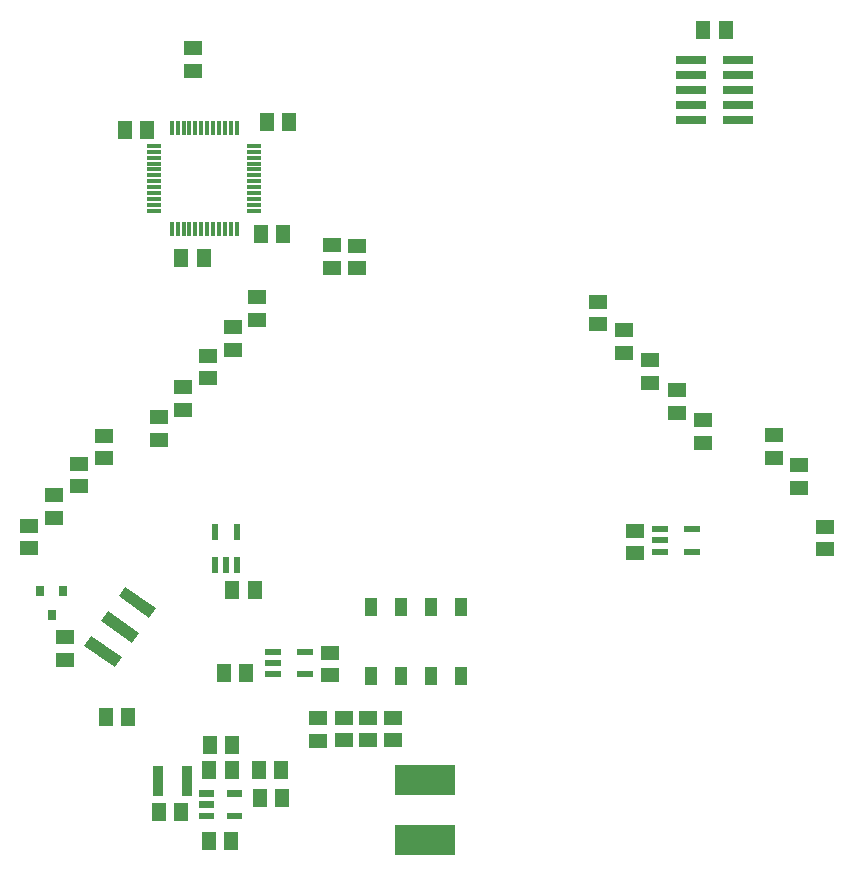
<source format=gbr>
G04 EAGLE Gerber X2 export*
%TF.Part,Single*%
%TF.FileFunction,Paste,Bot*%
%TF.FilePolarity,Positive*%
%TF.GenerationSoftware,Autodesk,EAGLE,9.0.1*%
%TF.CreationDate,2018-06-27T06:52:03Z*%
G75*
%MOMM*%
%FSLAX34Y34*%
%LPD*%
%AMOC8*
5,1,8,0,0,1.08239X$1,22.5*%
G01*
%ADD10R,0.300000X1.200000*%
%ADD11R,1.200000X0.300000*%
%ADD12R,0.850000X2.500000*%
%ADD13R,1.300000X1.500000*%
%ADD14R,1.500000X1.300000*%
%ADD15R,0.558800X1.320800*%
%ADD16R,1.320800X0.558800*%
%ADD17R,2.500000X0.650000*%
%ADD18C,0.077000*%
%ADD19R,0.787400X0.889000*%
%ADD20R,0.990600X1.549400*%
%ADD21R,5.080000X2.540000*%
%ADD22R,1.020000X3.170000*%


D10*
X209010Y1043840D03*
X204010Y1043840D03*
X199010Y1043840D03*
X194010Y1043840D03*
X189010Y1043840D03*
X184010Y1043840D03*
X179010Y1043840D03*
X174010Y1043840D03*
X169010Y1043840D03*
X164010Y1043840D03*
X159010Y1043840D03*
X154010Y1043840D03*
D11*
X139010Y1058840D03*
X139010Y1063840D03*
X139010Y1068840D03*
X139010Y1073840D03*
X139010Y1078840D03*
X139010Y1083840D03*
X139010Y1088840D03*
X139010Y1093840D03*
X139010Y1098840D03*
X139010Y1103840D03*
X139010Y1108840D03*
X139010Y1113840D03*
D10*
X154010Y1128840D03*
X159010Y1128840D03*
X164010Y1128840D03*
X169010Y1128840D03*
X174010Y1128840D03*
X179010Y1128840D03*
X184010Y1128840D03*
X189010Y1128840D03*
X194010Y1128840D03*
X199010Y1128840D03*
X204010Y1128840D03*
X209010Y1128840D03*
D11*
X224010Y1113840D03*
X224010Y1108840D03*
X224010Y1103840D03*
X224010Y1098840D03*
X224010Y1093840D03*
X224010Y1088840D03*
X224010Y1083840D03*
X224010Y1078840D03*
X224010Y1073840D03*
X224010Y1068840D03*
X224010Y1063840D03*
X224010Y1058840D03*
D12*
X166620Y575712D03*
X142120Y575712D03*
D13*
X204822Y585364D03*
X185822Y585364D03*
X246900Y585690D03*
X227900Y585690D03*
X228494Y561488D03*
X247494Y561488D03*
X143150Y549804D03*
X162150Y549804D03*
X186076Y606700D03*
X205076Y606700D03*
X204314Y524912D03*
X185314Y524912D03*
D14*
X142870Y883910D03*
X142870Y864910D03*
X75650Y844540D03*
X75650Y825540D03*
X96814Y868162D03*
X96814Y849162D03*
X603650Y881370D03*
X603650Y862370D03*
X581380Y906770D03*
X581380Y887770D03*
X536840Y957570D03*
X536840Y938570D03*
X205600Y960110D03*
X205600Y941110D03*
X184690Y935980D03*
X184690Y916980D03*
X163780Y909310D03*
X163780Y890310D03*
X54486Y817870D03*
X54486Y798870D03*
X33322Y791962D03*
X33322Y772962D03*
X707290Y791200D03*
X707290Y772200D03*
X664020Y868670D03*
X664020Y849670D03*
X559110Y932170D03*
X559110Y913170D03*
X514570Y981700D03*
X514570Y962700D03*
X226510Y985510D03*
X226510Y966510D03*
D15*
X209588Y759284D03*
X200190Y759284D03*
X190792Y759284D03*
X190792Y786716D03*
X209588Y786716D03*
D16*
X567084Y770362D03*
X567084Y779760D03*
X567084Y789158D03*
X594516Y789158D03*
X594516Y770362D03*
D17*
X633546Y1186726D03*
X593546Y1186726D03*
X633546Y1174026D03*
X593546Y1174026D03*
X633546Y1161326D03*
X593546Y1161326D03*
X633546Y1148626D03*
X593546Y1148626D03*
X633546Y1135926D03*
X593546Y1135926D03*
D14*
X685020Y843270D03*
X685020Y824270D03*
D13*
X224130Y737870D03*
X205130Y737870D03*
D14*
X546100Y769010D03*
X546100Y788010D03*
D13*
X623164Y1212342D03*
X604164Y1212342D03*
D18*
X188779Y544543D02*
X177149Y544543D01*
X177149Y549273D01*
X188779Y549273D01*
X188779Y544543D01*
X188779Y545312D02*
X177149Y545312D01*
X177149Y546081D02*
X188779Y546081D01*
X188779Y546850D02*
X177149Y546850D01*
X177149Y547619D02*
X188779Y547619D01*
X188779Y548388D02*
X177149Y548388D01*
X177149Y549157D02*
X188779Y549157D01*
X188779Y554043D02*
X177149Y554043D01*
X177149Y558773D01*
X188779Y558773D01*
X188779Y554043D01*
X188779Y554812D02*
X177149Y554812D01*
X177149Y555581D02*
X188779Y555581D01*
X188779Y556350D02*
X177149Y556350D01*
X177149Y557119D02*
X188779Y557119D01*
X188779Y557888D02*
X177149Y557888D01*
X177149Y558657D02*
X188779Y558657D01*
X188779Y563543D02*
X177149Y563543D01*
X177149Y568273D01*
X188779Y568273D01*
X188779Y563543D01*
X188779Y564312D02*
X177149Y564312D01*
X177149Y565081D02*
X188779Y565081D01*
X188779Y565850D02*
X177149Y565850D01*
X177149Y566619D02*
X188779Y566619D01*
X188779Y567388D02*
X177149Y567388D01*
X177149Y568157D02*
X188779Y568157D01*
X200849Y563543D02*
X212479Y563543D01*
X200849Y563543D02*
X200849Y568273D01*
X212479Y568273D01*
X212479Y563543D01*
X212479Y564312D02*
X200849Y564312D01*
X200849Y565081D02*
X212479Y565081D01*
X212479Y565850D02*
X200849Y565850D01*
X200849Y566619D02*
X212479Y566619D01*
X212479Y567388D02*
X200849Y567388D01*
X200849Y568157D02*
X212479Y568157D01*
X212479Y544543D02*
X200849Y544543D01*
X200849Y549273D01*
X212479Y549273D01*
X212479Y544543D01*
X212479Y545312D02*
X200849Y545312D01*
X200849Y546081D02*
X212479Y546081D01*
X212479Y546850D02*
X200849Y546850D01*
X200849Y547619D02*
X212479Y547619D01*
X212479Y548388D02*
X200849Y548388D01*
X200849Y549157D02*
X212479Y549157D01*
D14*
X288240Y665530D03*
X288240Y684530D03*
D16*
X239462Y666372D03*
X239462Y675770D03*
X239462Y685168D03*
X266894Y685168D03*
X266894Y666372D03*
D13*
X217054Y667286D03*
X198054Y667286D03*
D14*
X341570Y629400D03*
X341570Y610400D03*
X299480Y629400D03*
X299480Y610400D03*
X320570Y610400D03*
X320570Y629400D03*
X277584Y610284D03*
X277584Y629284D03*
D19*
X42722Y737368D03*
X62026Y737368D03*
X52374Y717048D03*
D14*
X63500Y697840D03*
X63500Y678840D03*
D13*
X117200Y629870D03*
X98200Y629870D03*
X234290Y1134358D03*
X253290Y1134358D03*
D14*
X172218Y1177646D03*
X172218Y1196646D03*
D13*
X161950Y1019048D03*
X180950Y1019048D03*
D14*
X310890Y1029106D03*
X310890Y1010106D03*
X289312Y1010514D03*
X289312Y1029514D03*
D20*
X398580Y665300D03*
X398580Y723466D03*
X373180Y665300D03*
X373180Y723466D03*
X347780Y665300D03*
X347780Y723466D03*
X322380Y665300D03*
X322380Y723466D03*
D13*
X229260Y1038860D03*
X248260Y1038860D03*
X133198Y1127506D03*
X114198Y1127506D03*
D21*
X368808Y526034D03*
X368808Y576834D03*
D22*
G36*
X111666Y680887D02*
X105816Y672532D01*
X79850Y690713D01*
X85700Y699068D01*
X111666Y680887D01*
G37*
G36*
X126235Y701693D02*
X120385Y693338D01*
X94419Y711519D01*
X100269Y719874D01*
X126235Y701693D01*
G37*
G36*
X140804Y722500D02*
X134954Y714145D01*
X108988Y732326D01*
X114838Y740681D01*
X140804Y722500D01*
G37*
M02*

</source>
